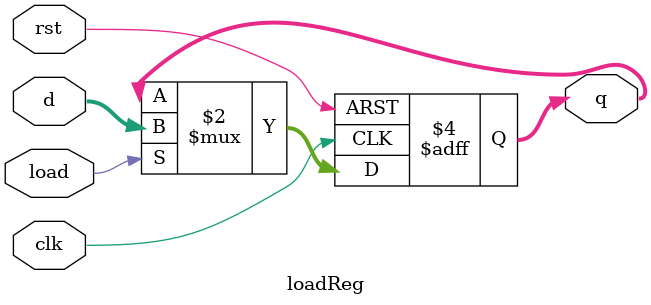
<source format=v>
`timescale 1ns / 1ps
module loadReg(clk, rst, load, d, q);
input clk, rst, load;
input [31:0] d;
output [31:0] q;

reg [31:0] q;

always @ (posedge clk, posedge rst)
    if (rst) q <= 32'b0;    else
    if (load) q <= d;

endmodule

</source>
